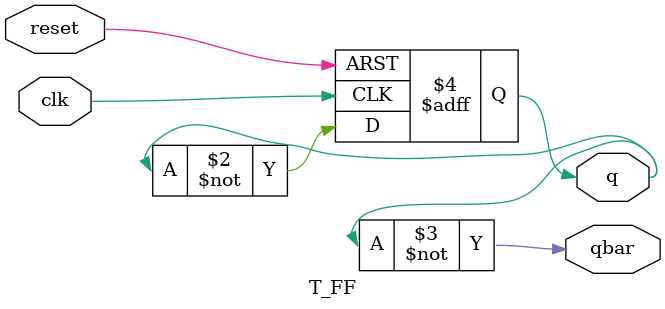
<source format=v>
`timescale 1ns / 1ps


module four_bit_ripple_up_counter(q,qbar,clk,reset);
    output [3:0] q,qbar;
    input clk,reset;
    T_FF t0(q[0],qbar[0],clk,reset);
    T_FF t1(q[1],qbar[1],qbar[0],reset);
    T_FF t2(q[2],qbar[2],qbar[1],reset);
    T_FF t3(q[3],qbar[3],qbar[2],reset);
endmodule
module T_FF(q,qbar,clk,reset);
    output reg q;
    output qbar;
    input clk,reset;
    always@(posedge reset or posedge clk)
    begin
        if (reset)
            q <=1'b0;
        else
            q <= ~q;
    end
    assign qbar = ~q;
endmodule

</source>
